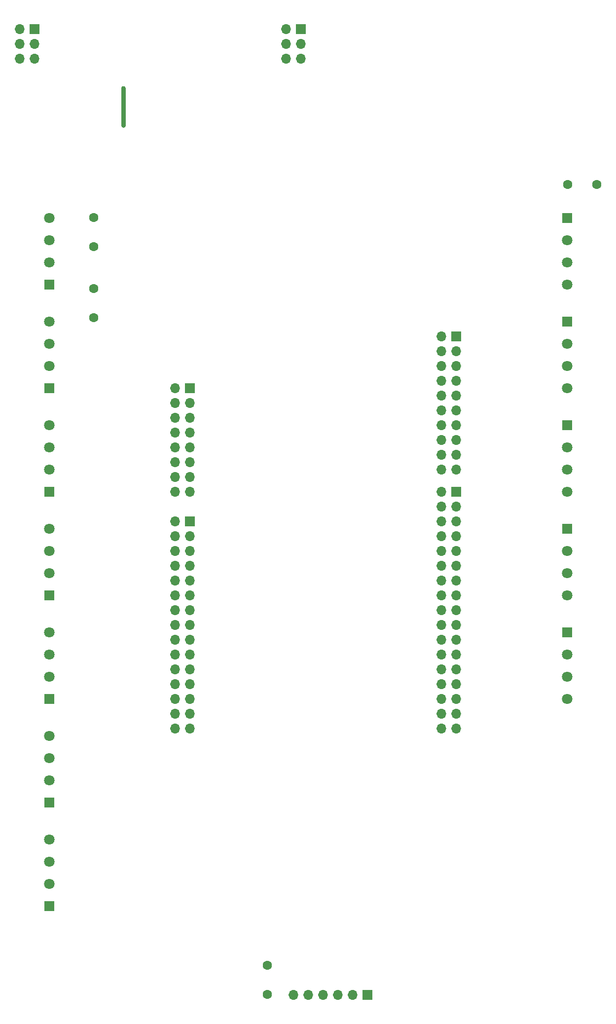
<source format=gbr>
%TF.GenerationSoftware,KiCad,Pcbnew,(5.1.10)-1*%
%TF.CreationDate,2021-06-13T22:47:19+01:00*%
%TF.ProjectId,shield,73686965-6c64-42e6-9b69-6361645f7063,rev?*%
%TF.SameCoordinates,Original*%
%TF.FileFunction,Copper,L1,Top*%
%TF.FilePolarity,Positive*%
%FSLAX46Y46*%
G04 Gerber Fmt 4.6, Leading zero omitted, Abs format (unit mm)*
G04 Created by KiCad (PCBNEW (5.1.10)-1) date 2021-06-13 22:47:19*
%MOMM*%
%LPD*%
G01*
G04 APERTURE LIST*
%TA.AperFunction,ComponentPad*%
%ADD10C,1.800000*%
%TD*%
%TA.AperFunction,ComponentPad*%
%ADD11R,1.800000X1.800000*%
%TD*%
%TA.AperFunction,ComponentPad*%
%ADD12O,1.700000X1.700000*%
%TD*%
%TA.AperFunction,ComponentPad*%
%ADD13R,1.700000X1.700000*%
%TD*%
%TA.AperFunction,ComponentPad*%
%ADD14C,1.600000*%
%TD*%
%TA.AperFunction,ViaPad*%
%ADD15C,0.762000*%
%TD*%
%TA.AperFunction,Conductor*%
%ADD16C,0.762000*%
%TD*%
G04 APERTURE END LIST*
D10*
%TO.P,J11,4*%
%TO.N,PF9*%
X58420000Y-167005000D03*
%TO.P,J11,3*%
%TO.N,PG0*%
X58420000Y-170815000D03*
%TO.P,J11,2*%
%TO.N,PG1*%
X58420000Y-174625000D03*
D11*
%TO.P,J11,1*%
%TO.N,Net-(J11-Pad1)*%
X58420000Y-178435000D03*
%TD*%
D12*
%TO.P,CN10,34*%
%TO.N,PE0*%
X125730000Y-147955000D03*
%TO.P,CN10,33*%
%TO.N,PB11*%
X128270000Y-147955000D03*
%TO.P,CN10,32*%
%TO.N,PB0*%
X125730000Y-145415000D03*
%TO.P,CN10,31*%
%TO.N,PB10*%
X128270000Y-145415000D03*
%TO.P,CN10,30*%
%TO.N,PA0*%
X125730000Y-142875000D03*
%TO.P,CN10,29*%
%TO.N,PE15*%
X128270000Y-142875000D03*
%TO.P,CN10,28*%
%TO.N,GND*%
X125730000Y-140335000D03*
%TO.P,CN10,27*%
%TO.N,PE14*%
X128270000Y-140335000D03*
%TO.P,CN10,26*%
%TO.N,PE2*%
X125730000Y-137795000D03*
%TO.P,CN10,25*%
%TO.N,PE12*%
X128270000Y-137795000D03*
%TO.P,CN10,24*%
%TO.N,PD11*%
X125730000Y-135255000D03*
%TO.P,CN10,23*%
%TO.N,PE10*%
X128270000Y-135255000D03*
%TO.P,CN10,22*%
%TO.N,PD12*%
X125730000Y-132715000D03*
%TO.P,CN10,21*%
%TO.N,GND*%
X128270000Y-132715000D03*
%TO.P,CN10,20*%
%TO.N,PD13*%
X125730000Y-130175000D03*
%TO.P,CN10,19*%
%TO.N,PE7*%
X128270000Y-130175000D03*
%TO.P,CN10,18*%
%TO.N,GND*%
X125730000Y-127635000D03*
%TO.P,CN10,17*%
%TO.N,PE8*%
X128270000Y-127635000D03*
%TO.P,CN10,16*%
%TO.N,PB2*%
X125730000Y-125095000D03*
%TO.P,CN10,15*%
%TO.N,PG9*%
X128270000Y-125095000D03*
%TO.P,CN10,14*%
%TO.N,PB6*%
X125730000Y-122555000D03*
%TO.P,CN10,13*%
%TO.N,PG14*%
X128270000Y-122555000D03*
%TO.P,CN10,12*%
%TO.N,PF4*%
X125730000Y-120015000D03*
%TO.P,CN10,11*%
%TO.N,PF15*%
X128270000Y-120015000D03*
%TO.P,CN10,10*%
%TO.N,PC2*%
X125730000Y-117475000D03*
%TO.P,CN10,9*%
%TO.N,PE13*%
X128270000Y-117475000D03*
%TO.P,CN10,8*%
%TO.N,PB1*%
X125730000Y-114935000D03*
%TO.P,CN10,7*%
%TO.N,PF14*%
X128270000Y-114935000D03*
%TO.P,CN10,6*%
%TO.N,GND*%
X125730000Y-112395000D03*
%TO.P,CN10,5*%
%TO.N,PE11*%
X128270000Y-112395000D03*
%TO.P,CN10,4*%
%TO.N,AGND*%
X125730000Y-109855000D03*
%TO.P,CN10,3*%
%TO.N,PE9*%
X128270000Y-109855000D03*
%TO.P,CN10,2*%
%TO.N,AVDD*%
X125730000Y-107315000D03*
D13*
%TO.P,CN10,1*%
%TO.N,PF13*%
X128270000Y-107315000D03*
%TD*%
D10*
%TO.P,J12,4*%
%TO.N,PA0*%
X147320000Y-142875000D03*
%TO.P,J12,3*%
%TO.N,PF4*%
X147320000Y-139065000D03*
%TO.P,J12,2*%
%TO.N,PC2*%
X147320000Y-135255000D03*
D11*
%TO.P,J12,1*%
%TO.N,PB1*%
X147320000Y-131445000D03*
%TD*%
D14*
%TO.P,C_SLINHA1,2*%
%TO.N,GND*%
X66040000Y-72470000D03*
%TO.P,C_SLINHA1,1*%
%TO.N,+3V3*%
X66040000Y-77470000D03*
%TD*%
%TO.P,C_SOBST1,2*%
%TO.N,GND*%
X66040000Y-65310000D03*
%TO.P,C_SOBST1,1*%
%TO.N,+5V*%
X66040000Y-60310000D03*
%TD*%
%TO.P,C_RFID1,2*%
%TO.N,GND*%
X147400000Y-54610000D03*
%TO.P,C_RFID1,1*%
%TO.N,+3V3*%
X152400000Y-54610000D03*
%TD*%
%TO.P,C_BLUE1,2*%
%TO.N,GND*%
X95885000Y-193595000D03*
%TO.P,C_BLUE1,1*%
%TO.N,+5V*%
X95885000Y-188595000D03*
%TD*%
D10*
%TO.P,J10,4*%
%TO.N,GND*%
X58420000Y-149225000D03*
%TO.P,J10,3*%
%TO.N,PD0*%
X58420000Y-153035000D03*
%TO.P,J10,2*%
%TO.N,PF7*%
X58420000Y-156845000D03*
D11*
%TO.P,J10,1*%
%TO.N,PD1*%
X58420000Y-160655000D03*
%TD*%
D10*
%TO.P,J9,4*%
%TO.N,PF1*%
X58420000Y-131445000D03*
%TO.P,J9,3*%
%TO.N,PE6*%
X58420000Y-135255000D03*
%TO.P,J9,2*%
%TO.N,PF0*%
X58420000Y-139065000D03*
D11*
%TO.P,J9,1*%
%TO.N,PE3*%
X58420000Y-142875000D03*
%TD*%
D10*
%TO.P,J8,4*%
%TO.N,PA7*%
X58420000Y-113665000D03*
%TO.P,J8,3*%
%TO.N,PE4*%
X58420000Y-117475000D03*
%TO.P,J8,2*%
%TO.N,PF2*%
X58420000Y-121285000D03*
D11*
%TO.P,J8,1*%
%TO.N,PE5*%
X58420000Y-125095000D03*
%TD*%
D12*
%TO.P,PS_5V1,6*%
%TO.N,+5V*%
X53340000Y-33020000D03*
%TO.P,PS_5V1,5*%
%TO.N,GND*%
X55880000Y-33020000D03*
%TO.P,PS_5V1,4*%
%TO.N,Net-(PS_5V1-Pad4)*%
X53340000Y-30480000D03*
%TO.P,PS_5V1,3*%
%TO.N,Net-(PS_5V1-Pad3)*%
X55880000Y-30480000D03*
%TO.P,PS_5V1,2*%
%TO.N,+5V*%
X53340000Y-27940000D03*
D13*
%TO.P,PS_5V1,1*%
%TO.N,GND*%
X55880000Y-27940000D03*
%TD*%
D12*
%TO.P,PS_3V3,6*%
%TO.N,+3V3*%
X99060000Y-33020000D03*
%TO.P,PS_3V3,5*%
%TO.N,GND*%
X101600000Y-33020000D03*
%TO.P,PS_3V3,4*%
%TO.N,Net-(PS_3V3-Pad4)*%
X99060000Y-30480000D03*
%TO.P,PS_3V3,3*%
%TO.N,Net-(PS_3V3-Pad3)*%
X101600000Y-30480000D03*
%TO.P,PS_3V3,2*%
%TO.N,+3V3*%
X99060000Y-27940000D03*
D13*
%TO.P,PS_3V3,1*%
%TO.N,GND*%
X101600000Y-27940000D03*
%TD*%
D10*
%TO.P,J7,4*%
%TO.N,GND*%
X147320000Y-71755000D03*
%TO.P,J7,3*%
%TO.N,+3V3*%
X147320000Y-67945000D03*
%TO.P,J7,2*%
%TO.N,PC8*%
X147320000Y-64135000D03*
D11*
%TO.P,J7,1*%
%TO.N,GND*%
X147320000Y-60325000D03*
%TD*%
%TO.P,J6,1*%
%TO.N,PC9*%
X147320000Y-78105000D03*
D10*
%TO.P,J6,2*%
%TO.N,PC10*%
X147320000Y-81915000D03*
%TO.P,J6,3*%
%TO.N,PC11*%
X147320000Y-85725000D03*
%TO.P,J6,4*%
%TO.N,PC12*%
X147320000Y-89535000D03*
%TD*%
D11*
%TO.P,J5,1*%
%TO.N,PD2*%
X147320000Y-95885000D03*
D10*
%TO.P,J5,2*%
%TO.N,PB8*%
X147320000Y-99695000D03*
%TO.P,J5,3*%
%TO.N,PB9*%
X147320000Y-103505000D03*
%TO.P,J5,4*%
%TO.N,PA5*%
X147320000Y-107315000D03*
%TD*%
D11*
%TO.P,J4,1*%
%TO.N,PA6*%
X147320000Y-113665000D03*
D10*
%TO.P,J4,2*%
%TO.N,PD14*%
X147320000Y-117475000D03*
%TO.P,J4,3*%
%TO.N,PD15*%
X147320000Y-121285000D03*
%TO.P,J4,4*%
%TO.N,GND*%
X147320000Y-125095000D03*
%TD*%
%TO.P,J3,4*%
%TO.N,+5V*%
X58420000Y-60325000D03*
%TO.P,J3,3*%
%TO.N,GND*%
X58420000Y-64135000D03*
%TO.P,J3,2*%
%TO.N,PA3*%
X58420000Y-67945000D03*
D11*
%TO.P,J3,1*%
%TO.N,GND*%
X58420000Y-71755000D03*
%TD*%
D10*
%TO.P,J2,4*%
%TO.N,+3V3*%
X58420000Y-78105000D03*
%TO.P,J2,3*%
X58420000Y-81915000D03*
%TO.P,J2,2*%
%TO.N,PC0*%
X58420000Y-85725000D03*
D11*
%TO.P,J2,1*%
%TO.N,PC3*%
X58420000Y-89535000D03*
%TD*%
D10*
%TO.P,J1,4*%
%TO.N,PF3*%
X58420000Y-95885000D03*
%TO.P,J1,3*%
%TO.N,PF5*%
X58420000Y-99695000D03*
%TO.P,J1,2*%
%TO.N,PF10*%
X58420000Y-103505000D03*
D11*
%TO.P,J1,1*%
%TO.N,PF8*%
X58420000Y-107315000D03*
%TD*%
D12*
%TO.P,CN9,30*%
%TO.N,PG0*%
X80010000Y-147955000D03*
%TO.P,CN9,29*%
%TO.N,PG1*%
X82550000Y-147955000D03*
%TO.P,CN9,28*%
%TO.N,PD1*%
X80010000Y-145415000D03*
%TO.P,CN9,27*%
%TO.N,PF9*%
X82550000Y-145415000D03*
%TO.P,CN9,26*%
%TO.N,PD0*%
X80010000Y-142875000D03*
%TO.P,CN9,25*%
%TO.N,PF7*%
X82550000Y-142875000D03*
%TO.P,CN9,24*%
%TO.N,GND*%
X80010000Y-140335000D03*
%TO.P,CN9,23*%
%TO.N,PF8*%
X82550000Y-140335000D03*
%TO.P,CN9,22*%
%TO.N,PF0*%
X80010000Y-137795000D03*
%TO.P,CN9,21*%
%TO.N,PE3*%
X82550000Y-137795000D03*
%TO.P,CN9,20*%
%TO.N,PF1*%
X80010000Y-135255000D03*
%TO.P,CN9,19*%
%TO.N,PE6*%
X82550000Y-135255000D03*
%TO.P,CN9,18*%
%TO.N,PF2*%
X80010000Y-132715000D03*
%TO.P,CN9,17*%
%TO.N,PE5*%
X82550000Y-132715000D03*
%TO.P,CN9,16*%
%TO.N,PA7*%
X80010000Y-130175000D03*
%TO.P,CN9,15*%
%TO.N,PE4*%
X82550000Y-130175000D03*
%TO.P,CN9,14*%
%TO.N,NC*%
X80010000Y-127635000D03*
%TO.P,CN9,13*%
%TO.N,PE2*%
X82550000Y-127635000D03*
%TO.P,CN9,12*%
%TO.N,PF10*%
X80010000Y-125095000D03*
%TO.P,CN9,11*%
%TO.N,GND*%
X82550000Y-125095000D03*
%TO.P,CN9,10*%
%TO.N,PF5*%
X80010000Y-122555000D03*
%TO.P,CN9,9*%
%TO.N,PD3*%
X82550000Y-122555000D03*
%TO.P,CN9,8*%
%TO.N,PF3*%
X80010000Y-120015000D03*
%TO.P,CN9,7*%
%TO.N,PD4*%
X82550000Y-120015000D03*
%TO.P,CN9,6*%
%TO.N,PC3*%
X80010000Y-117475000D03*
%TO.P,CN9,5*%
%TO.N,PD5*%
X82550000Y-117475000D03*
%TO.P,CN9,4*%
%TO.N,PC0*%
X80010000Y-114935000D03*
%TO.P,CN9,3*%
%TO.N,PD6*%
X82550000Y-114935000D03*
%TO.P,CN9,2*%
%TO.N,PA3*%
X80010000Y-112395000D03*
D13*
%TO.P,CN9,1*%
%TO.N,PD7*%
X82550000Y-112395000D03*
%TD*%
D12*
%TO.P,CN8,16*%
%TO.N,VIN*%
X80010000Y-107315000D03*
%TO.P,CN8,15*%
%TO.N,PG3*%
X82550000Y-107315000D03*
%TO.P,CN8,14*%
%TO.N,GND*%
X80010000Y-104775000D03*
%TO.P,CN8,13*%
%TO.N,PG2*%
X82550000Y-104775000D03*
%TO.P,CN8,12*%
%TO.N,GND*%
X80010000Y-102235000D03*
%TO.P,CN8,11*%
%TO.N,PD2*%
X82550000Y-102235000D03*
%TO.P,CN8,10*%
%TO.N,5V*%
X80010000Y-99695000D03*
%TO.P,CN8,9*%
%TO.N,PC12*%
X82550000Y-99695000D03*
%TO.P,CN8,8*%
%TO.N,3.3V*%
X80010000Y-97155000D03*
%TO.P,CN8,7*%
%TO.N,PC11*%
X82550000Y-97155000D03*
%TO.P,CN8,6*%
%TO.N,RSET*%
X80010000Y-94615000D03*
%TO.P,CN8,5*%
%TO.N,PC10*%
X82550000Y-94615000D03*
%TO.P,CN8,4*%
%TO.N,IOREF*%
X80010000Y-92075000D03*
%TO.P,CN8,3*%
%TO.N,PC9*%
X82550000Y-92075000D03*
%TO.P,CN8,2*%
%TO.N,NC*%
X80010000Y-89535000D03*
D13*
%TO.P,CN8,1*%
%TO.N,PC8*%
X82550000Y-89535000D03*
%TD*%
D12*
%TO.P,CN7,20*%
%TO.N,PB4*%
X125730000Y-103505000D03*
%TO.P,CN7,19*%
%TO.N,PF12*%
X128270000Y-103505000D03*
%TO.P,CN7,18*%
%TO.N,PA4*%
X125730000Y-100965000D03*
%TO.P,CN7,17*%
%TO.N,PD15*%
X128270000Y-100965000D03*
%TO.P,CN7,16*%
%TO.N,PB3*%
X125730000Y-98425000D03*
%TO.P,CN7,15*%
%TO.N,PD14*%
X128270000Y-98425000D03*
%TO.P,CN7,14*%
%TO.N,PB5*%
X125730000Y-95885000D03*
%TO.P,CN7,13*%
%TO.N,PA7*%
X128270000Y-95885000D03*
%TO.P,CN7,12*%
%TO.N,PC7*%
X125730000Y-93345000D03*
%TO.P,CN7,11*%
%TO.N,PA6*%
X128270000Y-93345000D03*
%TO.P,CN7,10*%
%TO.N,PA15*%
X125730000Y-90805000D03*
%TO.P,CN7,9*%
%TO.N,PA5*%
X128270000Y-90805000D03*
%TO.P,CN7,8*%
%TO.N,PB12*%
X125730000Y-88265000D03*
%TO.P,CN7,7*%
%TO.N,GND*%
X128270000Y-88265000D03*
%TO.P,CN7,6*%
%TO.N,PB13*%
X125730000Y-85725000D03*
%TO.P,CN7,5*%
%TO.N,AVDD*%
X128270000Y-85725000D03*
%TO.P,CN7,4*%
%TO.N,PB15*%
X125730000Y-83185000D03*
%TO.P,CN7,3*%
%TO.N,PB9*%
X128270000Y-83185000D03*
%TO.P,CN7,2*%
%TO.N,PC6*%
X125730000Y-80645000D03*
D13*
%TO.P,CN7,1*%
%TO.N,PB8*%
X128270000Y-80645000D03*
%TD*%
D12*
%TO.P,Bluetooth1,6*%
%TO.N,Net-(Bluetooth1-Pad6)*%
X100330000Y-193675000D03*
%TO.P,Bluetooth1,5*%
%TO.N,+5V*%
X102870000Y-193675000D03*
%TO.P,Bluetooth1,4*%
%TO.N,GND*%
X105410000Y-193675000D03*
%TO.P,Bluetooth1,3*%
%TO.N,PB15*%
X107950000Y-193675000D03*
%TO.P,Bluetooth1,2*%
%TO.N,PB6*%
X110490000Y-193675000D03*
D13*
%TO.P,Bluetooth1,1*%
%TO.N,Net-(Bluetooth1-Pad1)*%
X113030000Y-193675000D03*
%TD*%
D15*
%TO.N,+5V*%
X71120000Y-44450000D03*
X71120000Y-38100000D03*
%TD*%
D16*
%TO.N,+5V*%
X71120000Y-44450000D02*
X71120000Y-38100000D01*
%TD*%
M02*

</source>
